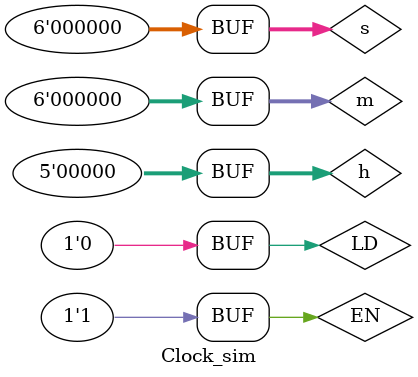
<source format=v>
`timescale 1ns / 1ps
module Clock_sim();
//wire[4:0]hour;
//wire [5:0]minute,second;
reg [4:0]h;
reg [5:0]m,s;
wire [3:0]A5,A4,A3,A2,A1,A0;
reg EN,LD;
Clock clk(EN,LD,h,m,s,A5,A4,A3,A2,A1,A0);
initial 
begin
    EN=1;LD=0;
    h=5'b0;
    m=6'b0;
    s=6'b0;
end
endmodule

</source>
